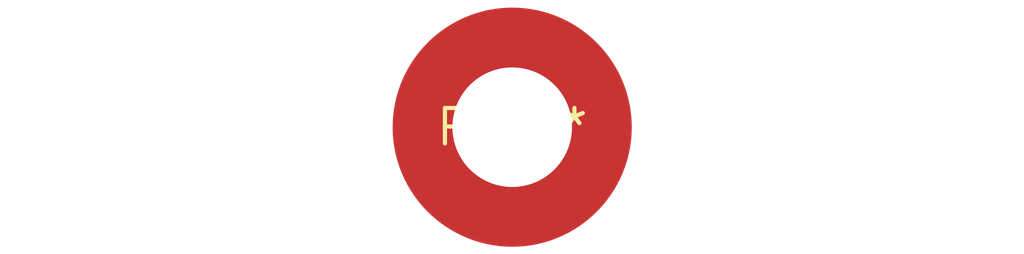
<source format=kicad_pcb>
(kicad_pcb (version 20240108) (generator pcbnew)
  (layers (0 "F.Cu" signal) (31 "B.Cu" signal) (34 "B.Paste" user) (35 "F.Paste" user) (36 "B.SilkS" user "B.Silkscreen") (37 "F.SilkS" user "F.Silkscreen") (38 "B.Mask" user) (39 "F.Mask" user) (44 "Edge.Cuts" user))
  (net 0 "")
  (footprint "MountingHole_4.3mm_M4_Pad_TopOnly" (layer "F.Cu") (at 0 0)
    (property "Reference" "REF**")
    (property "Value" "MountingHole_4.3mm_M4_Pad_TopOnly")
    (pad "1" thru_hole circle (at 0 0) (size 4.7 4.7) (drill 4.3) (layers *.Cu *.Mask) (remove_unused_layers))
    (pad "1" connect circle (at 0 0) (size 8.6 8.6) (layers "F.Cu" "F.Mask"))
  )
)
</source>
